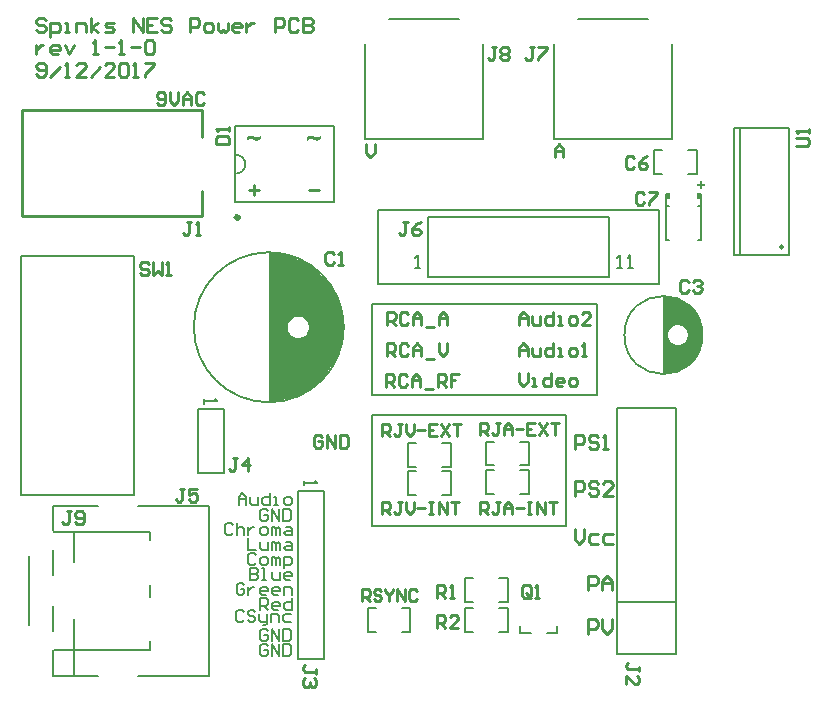
<source format=gto>
G04 Layer_Color=127485*
%FSLAX24Y24*%
%MOIN*%
G70*
G01*
G75*
%ADD44C,0.0098*%
%ADD45C,0.0079*%
%ADD46C,0.0157*%
%ADD47C,0.0100*%
%ADD48R,0.0157X0.0236*%
G36*
X22739Y-5808D02*
X22836D01*
Y-5874D01*
X22739D01*
Y-5973D01*
X22672D01*
Y-5874D01*
X22574D01*
Y-5808D01*
X22672D01*
Y-5709D01*
X22739D01*
Y-5808D01*
D02*
G37*
G36*
X9292Y-12842D02*
X9292D01*
X9292D01*
D01*
D02*
G37*
G36*
X10039Y-4311D02*
X10038Y-4313D01*
X10035Y-4317D01*
X10028Y-4322D01*
X10020Y-4329D01*
X10010Y-4337D01*
X9999Y-4344D01*
X9987Y-4352D01*
X9973Y-4359D01*
X9972Y-4360D01*
X9968Y-4361D01*
X9962Y-4363D01*
X9956Y-4365D01*
X9946Y-4367D01*
X9936Y-4368D01*
X9924Y-4370D01*
X9901D01*
X9894Y-4369D01*
X9886Y-4368D01*
X9877Y-4367D01*
X9859Y-4364D01*
X9858D01*
X9854Y-4363D01*
X9847Y-4360D01*
X9838Y-4357D01*
X9826Y-4353D01*
X9810Y-4347D01*
X9791Y-4340D01*
X9768Y-4331D01*
X9767D01*
X9766Y-4330D01*
X9762Y-4328D01*
X9753Y-4325D01*
X9743Y-4322D01*
X9733Y-4319D01*
X9721Y-4317D01*
X9710Y-4315D01*
X9700Y-4314D01*
X9694D01*
X9690Y-4315D01*
X9684Y-4316D01*
X9678Y-4317D01*
X9663Y-4321D01*
X9644Y-4328D01*
X9635Y-4334D01*
X9624Y-4340D01*
X9614Y-4346D01*
X9603Y-4354D01*
X9592Y-4364D01*
X9582Y-4374D01*
Y-4258D01*
X9583Y-4257D01*
X9586Y-4254D01*
X9591Y-4250D01*
X9597Y-4245D01*
X9605Y-4239D01*
X9616Y-4232D01*
X9626Y-4224D01*
X9640Y-4218D01*
X9642Y-4217D01*
X9645Y-4215D01*
X9652Y-4212D01*
X9662Y-4209D01*
X9672Y-4206D01*
X9684Y-4203D01*
X9695Y-4201D01*
X9708Y-4200D01*
X9716D01*
X9721Y-4201D01*
X9728D01*
X9736Y-4202D01*
X9752Y-4205D01*
X9753D01*
X9756Y-4206D01*
X9762Y-4208D01*
X9768Y-4211D01*
X9778Y-4214D01*
X9790Y-4219D01*
X9803Y-4223D01*
X9818Y-4230D01*
X9819D01*
X9821Y-4231D01*
X9825Y-4233D01*
X9829Y-4235D01*
X9835Y-4237D01*
X9841Y-4240D01*
X9856Y-4245D01*
X9873Y-4250D01*
X9890Y-4254D01*
X9907Y-4258D01*
X9922Y-4259D01*
X9928D01*
X9933Y-4258D01*
X9937Y-4257D01*
X9944Y-4256D01*
X9960Y-4251D01*
X9977Y-4245D01*
X9987Y-4240D01*
X9997Y-4234D01*
X10008Y-4227D01*
X10018Y-4219D01*
X10029Y-4210D01*
X10039Y-4199D01*
Y-4311D01*
D02*
G37*
G36*
X8031D02*
X8031Y-4313D01*
X8027Y-4317D01*
X8020Y-4322D01*
X8012Y-4329D01*
X8002Y-4337D01*
X7991Y-4344D01*
X7979Y-4352D01*
X7965Y-4359D01*
X7964Y-4360D01*
X7960Y-4361D01*
X7955Y-4363D01*
X7948Y-4365D01*
X7938Y-4367D01*
X7928Y-4368D01*
X7916Y-4370D01*
X7893D01*
X7886Y-4369D01*
X7878Y-4368D01*
X7869Y-4367D01*
X7851Y-4364D01*
X7850D01*
X7846Y-4363D01*
X7839Y-4360D01*
X7830Y-4357D01*
X7818Y-4353D01*
X7802Y-4347D01*
X7784Y-4340D01*
X7760Y-4331D01*
X7760D01*
X7759Y-4330D01*
X7754Y-4328D01*
X7745Y-4325D01*
X7736Y-4322D01*
X7725Y-4319D01*
X7713Y-4317D01*
X7702Y-4315D01*
X7692Y-4314D01*
X7686D01*
X7682Y-4315D01*
X7676Y-4316D01*
X7670Y-4317D01*
X7655Y-4321D01*
X7637Y-4328D01*
X7627Y-4334D01*
X7616Y-4340D01*
X7606Y-4346D01*
X7595Y-4354D01*
X7585Y-4364D01*
X7574Y-4374D01*
Y-4258D01*
X7575Y-4257D01*
X7578Y-4254D01*
X7583Y-4250D01*
X7589Y-4245D01*
X7597Y-4239D01*
X7608Y-4232D01*
X7618Y-4224D01*
X7632Y-4218D01*
X7634Y-4217D01*
X7637Y-4215D01*
X7644Y-4212D01*
X7654Y-4209D01*
X7664Y-4206D01*
X7676Y-4203D01*
X7687Y-4201D01*
X7700Y-4200D01*
X7708D01*
X7713Y-4201D01*
X7720D01*
X7728Y-4202D01*
X7744Y-4205D01*
X7745D01*
X7748Y-4206D01*
X7754Y-4208D01*
X7760Y-4211D01*
X7770Y-4214D01*
X7782Y-4219D01*
X7795Y-4223D01*
X7810Y-4230D01*
X7811D01*
X7813Y-4231D01*
X7817Y-4233D01*
X7821Y-4235D01*
X7827Y-4237D01*
X7834Y-4240D01*
X7848Y-4245D01*
X7865Y-4250D01*
X7883Y-4254D01*
X7899Y-4258D01*
X7914Y-4259D01*
X7920D01*
X7925Y-4258D01*
X7930Y-4257D01*
X7936Y-4256D01*
X7952Y-4251D01*
X7969Y-4245D01*
X7980Y-4240D01*
X7989Y-4234D01*
X8000Y-4227D01*
X8010Y-4219D01*
X8021Y-4210D01*
X8031Y-4199D01*
Y-4311D01*
D02*
G37*
G36*
X21635Y-9562D02*
X21755Y-9585D01*
X21871Y-9618D01*
X21928Y-9641D01*
X22019Y-9676D01*
X22187Y-9773D01*
X22339Y-9895D01*
X22472Y-10038D01*
X22582Y-10198D01*
X22666Y-10374D01*
X22724Y-10560D01*
X22753Y-10752D01*
X22753Y-10947D01*
X22724Y-11140D01*
X22666Y-11326D01*
X22582Y-11501D01*
X22472Y-11662D01*
X22340Y-11805D01*
X22188Y-11926D01*
X22019Y-12024D01*
X21928Y-12059D01*
X21928D01*
X21872Y-12082D01*
X21755Y-12115D01*
X21635Y-12138D01*
X21514Y-12149D01*
X21453D01*
Y-9551D01*
X21514D01*
X21635Y-9562D01*
D02*
G37*
G36*
X8680Y-8156D02*
X8929Y-8208D01*
X9172Y-8286D01*
X9288Y-8337D01*
X9419Y-8394D01*
X9665Y-8538D01*
X9893Y-8709D01*
X10099Y-8906D01*
X10281Y-9125D01*
X10437Y-9363D01*
X10565Y-9618D01*
X10662Y-9886D01*
X10727Y-10163D01*
X10761Y-10446D01*
X10761Y-10731D01*
X10728Y-11014D01*
X10663Y-11291D01*
X10566Y-11559D01*
X10439Y-11814D01*
X10284Y-12053D01*
X10102Y-12272D01*
X9896Y-12469D01*
X9668Y-12641D01*
X9423Y-12785D01*
X9292Y-12842D01*
X9284Y-12835D01*
X9288Y-12844D01*
X9288D01*
X9172Y-12895D01*
X8929Y-12973D01*
X8680Y-13025D01*
X8427Y-13051D01*
X8300D01*
Y-8130D01*
X8427D01*
X8680Y-8156D01*
D02*
G37*
%LPC*%
G36*
X21927Y-10516D02*
X21926D01*
X21927Y-10516D01*
X21885Y-10521D01*
X21805Y-10546D01*
X21733Y-10591D01*
X21675Y-10652D01*
X21635Y-10726D01*
X21614Y-10808D01*
Y-10892D01*
X21635Y-10974D01*
X21675Y-11048D01*
X21733Y-11109D01*
X21805Y-11154D01*
X21885Y-11179D01*
X21927Y-11184D01*
X21972Y-11184D01*
X22061Y-11164D01*
X22141Y-11122D01*
X22206Y-11060D01*
X22253Y-10982D01*
X22277Y-10895D01*
Y-10805D01*
X22253Y-10718D01*
X22206Y-10640D01*
X22141Y-10578D01*
X22061Y-10536D01*
X21972Y-10516D01*
X21927Y-10516D01*
Y-10516D01*
D02*
G37*
G36*
X9284Y-10234D02*
X9238Y-10237D01*
X9148Y-10261D01*
X9067Y-10308D01*
X9001Y-10374D01*
X8955Y-10454D01*
X8931Y-10544D01*
Y-10637D01*
X8955Y-10727D01*
X9001Y-10808D01*
X9067Y-10873D01*
X9148Y-10920D01*
X9238Y-10944D01*
X9284Y-10947D01*
X9331Y-10944D01*
X9421Y-10920D01*
X9501Y-10873D01*
X9567Y-10808D01*
X9614Y-10727D01*
X9638Y-10637D01*
Y-10544D01*
X9614Y-10454D01*
X9567Y-10374D01*
X9501Y-10308D01*
X9421Y-10261D01*
X9331Y-10237D01*
X9284Y-10234D01*
D02*
G37*
%LPD*%
D44*
X25443Y-7913D02*
G03*
X25443Y-7913I-49J0D01*
G01*
D45*
X22753Y-10850D02*
G03*
X22753Y-10850I-1299J0D01*
G01*
X10800Y-10591D02*
G03*
X10800Y-10591I-2500J0D01*
G01*
X7173Y-5471D02*
G03*
X7176Y-4844I31J313D01*
G01*
X19921Y-19764D02*
X21890D01*
Y-21496D02*
Y-13268D01*
X19921D02*
X21890D01*
X19921Y-21496D02*
Y-13268D01*
Y-21496D02*
X21890D01*
X11749Y-12835D02*
Y-9802D01*
X19249D01*
Y-12835D02*
Y-9802D01*
X11749Y-12835D02*
X19249D01*
X11752Y-17200D02*
Y-13500D01*
Y-17200D02*
X18202D01*
Y-13500D01*
X11752D02*
X18202D01*
X11591Y-20744D02*
Y-19956D01*
Y-20744D02*
X11867D01*
X11591Y-19956D02*
X11867D01*
X12733D02*
X13009D01*
X12733Y-20744D02*
X13009D01*
Y-19956D01*
X12941Y-16183D02*
Y-15396D01*
Y-16183D02*
X13217D01*
X12941Y-15396D02*
X13217D01*
X14083D02*
X14359D01*
X14083Y-16183D02*
X14359D01*
Y-15396D01*
X15541Y-16144D02*
Y-15356D01*
Y-16144D02*
X15817D01*
X15541Y-15356D02*
X15817D01*
X16683D02*
X16959D01*
X16683Y-16144D02*
X16959D01*
Y-15356D01*
X1102Y-16535D02*
X2598D01*
X3937D02*
X6299D01*
X3937Y-22205D02*
X3937Y-22205D01*
X6299D01*
X2598D02*
X2598Y-22205D01*
X1102Y-22205D02*
X2598D01*
X4331Y-19567D02*
Y-19173D01*
Y-21339D02*
Y-21063D01*
Y-17677D02*
Y-17402D01*
X1142D02*
X4331D01*
X1811Y-18425D02*
Y-17441D01*
X1102Y-20709D02*
Y-19882D01*
Y-18858D02*
Y-18032D01*
Y-17362D02*
X1142Y-17402D01*
X1102Y-17362D02*
Y-16535D01*
Y-21378D02*
X1142Y-21339D01*
X1102Y-21457D02*
Y-21378D01*
Y-22205D02*
Y-21457D01*
X17795Y-4331D02*
Y-1142D01*
X18602Y-315D02*
X20925D01*
X21732Y-4331D02*
Y-1142D01*
X17795Y-4331D02*
X21732D01*
X11496D02*
Y-1142D01*
X12303Y-315D02*
X14626D01*
X15433Y-4331D02*
Y-1142D01*
X11496Y-4331D02*
X15433D01*
X1142Y-21339D02*
X4331D01*
X315Y-20531D02*
Y-18209D01*
X23799Y-3957D02*
X25650D01*
X23799Y-8169D02*
X25650D01*
Y-3957D01*
X23799Y-8169D02*
Y-3957D01*
X23996Y-8169D02*
Y-3957D01*
X16258Y-20744D02*
Y-19956D01*
X15983D02*
X16258D01*
X15983Y-20744D02*
X16258D01*
X14841D02*
X15117D01*
X14841Y-19956D02*
X15117D01*
X14841Y-20744D02*
Y-19956D01*
X16258Y-19733D02*
Y-18946D01*
X15983D02*
X16258D01*
X15983Y-19733D02*
X16258D01*
X14841D02*
X15117D01*
X14841Y-18946D02*
X15117D01*
X14841Y-19733D02*
Y-18946D01*
X6299Y-22205D02*
Y-16535D01*
X1811Y-22205D02*
Y-20315D01*
X9267Y-21665D02*
Y-16035D01*
X10133D01*
Y-21665D02*
Y-16035D01*
X9267Y-21665D02*
X10133D01*
X16690Y-20776D02*
X17024D01*
X16690D02*
Y-20539D01*
X17576Y-20776D02*
X17910D01*
Y-20539D01*
X21299Y-9134D02*
Y-6772D01*
Y-6732D01*
Y-6693D01*
X11929Y-6732D02*
Y-6693D01*
Y-6772D02*
Y-6732D01*
Y-9134D02*
Y-6772D01*
Y-6693D02*
X21299D01*
X13602Y-8913D02*
X19626D01*
X13602D02*
Y-6906D01*
X19626D01*
Y-8913D02*
Y-6906D01*
X11929Y-9134D02*
X21299D01*
X21535Y-7677D02*
X21654D01*
X21535D02*
Y-6142D01*
X22717Y-7677D02*
Y-6142D01*
X22598Y-7677D02*
X22717D01*
X22598Y-6535D02*
X22717D01*
X21535D02*
X21654D01*
X7165Y-6417D02*
Y-3898D01*
Y-6417D02*
X10472D01*
Y-3898D01*
X7165D02*
X10472D01*
X22283Y-5472D02*
X22559D01*
X22283Y-4685D02*
X22559D01*
Y-5472D02*
Y-4685D01*
X21142Y-5472D02*
X21417D01*
X21142D02*
Y-5433D01*
Y-4685D02*
X21417D01*
X21142Y-5433D02*
Y-4685D01*
X12941Y-15233D02*
Y-14446D01*
Y-15233D02*
X13217D01*
X12941Y-14446D02*
X13217D01*
X14083D02*
X14359D01*
X14083Y-15233D02*
X14359D01*
Y-14446D01*
X15541Y-15194D02*
Y-14406D01*
Y-15194D02*
X15817D01*
X15541Y-14406D02*
X15817D01*
X16683D02*
X16959D01*
X16683Y-15194D02*
X16959D01*
Y-14406D01*
X5945Y-13307D02*
X6811D01*
X5945Y-15437D02*
Y-13307D01*
X6811Y-15437D02*
Y-13307D01*
X5945Y-15437D02*
X6811D01*
X39Y-16181D02*
Y-8228D01*
X3819D01*
X39Y-16181D02*
X3819D01*
Y-8228D01*
X8262Y-21222D02*
X8197Y-21156D01*
X8066D01*
X8000Y-21222D01*
Y-21484D01*
X8066Y-21550D01*
X8197D01*
X8262Y-21484D01*
Y-21353D01*
X8131D01*
X8394Y-21550D02*
Y-21156D01*
X8656Y-21550D01*
Y-21156D01*
X8787D02*
Y-21550D01*
X8984D01*
X9050Y-21484D01*
Y-21222D01*
X8984Y-21156D01*
X8787D01*
X8262Y-20715D02*
X8197Y-20650D01*
X8066D01*
X8000Y-20715D01*
Y-20978D01*
X8066Y-21043D01*
X8197D01*
X8262Y-20978D01*
Y-20847D01*
X8131D01*
X8394Y-21043D02*
Y-20650D01*
X8656Y-21043D01*
Y-20650D01*
X8787D02*
Y-21043D01*
X8984D01*
X9050Y-20978D01*
Y-20715D01*
X8984Y-20650D01*
X8787D01*
X7462Y-20072D02*
X7397Y-20006D01*
X7266D01*
X7200Y-20072D01*
Y-20334D01*
X7266Y-20400D01*
X7397D01*
X7462Y-20334D01*
X7856Y-20072D02*
X7790Y-20006D01*
X7659D01*
X7594Y-20072D01*
Y-20138D01*
X7659Y-20203D01*
X7790D01*
X7856Y-20269D01*
Y-20334D01*
X7790Y-20400D01*
X7659D01*
X7594Y-20334D01*
X7987Y-20138D02*
Y-20334D01*
X8053Y-20400D01*
X8250D01*
Y-20466D01*
X8184Y-20531D01*
X8118D01*
X8250Y-20400D02*
Y-20138D01*
X8381Y-20400D02*
Y-20138D01*
X8578D01*
X8643Y-20203D01*
Y-20400D01*
X9037Y-20138D02*
X8840D01*
X8774Y-20203D01*
Y-20334D01*
X8840Y-20400D01*
X9037D01*
X8014Y-20000D02*
Y-19606D01*
X8210D01*
X8276Y-19672D01*
Y-19803D01*
X8210Y-19869D01*
X8014D01*
X8145D02*
X8276Y-20000D01*
X8604D02*
X8473D01*
X8407Y-19934D01*
Y-19803D01*
X8473Y-19738D01*
X8604D01*
X8669Y-19803D01*
Y-19869D01*
X8407D01*
X9063Y-19606D02*
Y-20000D01*
X8866D01*
X8801Y-19934D01*
Y-19803D01*
X8866Y-19738D01*
X9063D01*
X7489Y-19172D02*
X7423Y-19106D01*
X7292D01*
X7226Y-19172D01*
Y-19434D01*
X7292Y-19500D01*
X7423D01*
X7489Y-19434D01*
Y-19303D01*
X7358D01*
X7620Y-19238D02*
Y-19500D01*
Y-19369D01*
X7686Y-19303D01*
X7751Y-19238D01*
X7817D01*
X8210Y-19500D02*
X8079D01*
X8014Y-19434D01*
Y-19303D01*
X8079Y-19238D01*
X8210D01*
X8276Y-19303D01*
Y-19369D01*
X8014D01*
X8604Y-19500D02*
X8473D01*
X8407Y-19434D01*
Y-19303D01*
X8473Y-19238D01*
X8604D01*
X8669Y-19303D01*
Y-19369D01*
X8407D01*
X8801Y-19500D02*
Y-19238D01*
X8997D01*
X9063Y-19303D01*
Y-19500D01*
X7686Y-18606D02*
Y-19000D01*
X7882D01*
X7948Y-18934D01*
Y-18869D01*
X7882Y-18803D01*
X7686D01*
X7882D01*
X7948Y-18738D01*
Y-18672D01*
X7882Y-18606D01*
X7686D01*
X8079Y-19000D02*
X8210D01*
X8145D01*
Y-18606D01*
X8079D01*
X8407Y-18738D02*
Y-18934D01*
X8473Y-19000D01*
X8669D01*
Y-18738D01*
X8997Y-19000D02*
X8866D01*
X8801Y-18934D01*
Y-18803D01*
X8866Y-18738D01*
X8997D01*
X9063Y-18803D01*
Y-18869D01*
X8801D01*
X7882Y-18172D02*
X7817Y-18106D01*
X7686D01*
X7620Y-18172D01*
Y-18434D01*
X7686Y-18500D01*
X7817D01*
X7882Y-18434D01*
X8079Y-18500D02*
X8210D01*
X8276Y-18434D01*
Y-18303D01*
X8210Y-18238D01*
X8079D01*
X8014Y-18303D01*
Y-18434D01*
X8079Y-18500D01*
X8407D02*
Y-18238D01*
X8473D01*
X8538Y-18303D01*
Y-18500D01*
Y-18303D01*
X8604Y-18238D01*
X8669Y-18303D01*
Y-18500D01*
X8801Y-18631D02*
Y-18238D01*
X8997D01*
X9063Y-18303D01*
Y-18434D01*
X8997Y-18500D01*
X8801D01*
X7620Y-17606D02*
Y-18000D01*
X7882D01*
X8014Y-17738D02*
Y-17934D01*
X8079Y-18000D01*
X8276D01*
Y-17738D01*
X8407Y-18000D02*
Y-17738D01*
X8473D01*
X8538Y-17803D01*
Y-18000D01*
Y-17803D01*
X8604Y-17738D01*
X8669Y-17803D01*
Y-18000D01*
X8866Y-17738D02*
X8997D01*
X9063Y-17803D01*
Y-18000D01*
X8866D01*
X8801Y-17934D01*
X8866Y-17869D01*
X9063D01*
X7095Y-17172D02*
X7030Y-17106D01*
X6898D01*
X6833Y-17172D01*
Y-17434D01*
X6898Y-17500D01*
X7030D01*
X7095Y-17434D01*
X7226Y-17106D02*
Y-17500D01*
Y-17303D01*
X7292Y-17238D01*
X7423D01*
X7489Y-17303D01*
Y-17500D01*
X7620Y-17238D02*
Y-17500D01*
Y-17369D01*
X7686Y-17303D01*
X7751Y-17238D01*
X7817D01*
X8079Y-17500D02*
X8210D01*
X8276Y-17434D01*
Y-17303D01*
X8210Y-17238D01*
X8079D01*
X8014Y-17303D01*
Y-17434D01*
X8079Y-17500D01*
X8407D02*
Y-17238D01*
X8473D01*
X8538Y-17303D01*
Y-17500D01*
Y-17303D01*
X8604Y-17238D01*
X8669Y-17303D01*
Y-17500D01*
X8866Y-17238D02*
X8997D01*
X9063Y-17303D01*
Y-17500D01*
X8866D01*
X8801Y-17434D01*
X8866Y-17369D01*
X9063D01*
X8262Y-16722D02*
X8197Y-16656D01*
X8066D01*
X8000Y-16722D01*
Y-16984D01*
X8066Y-17050D01*
X8197D01*
X8262Y-16984D01*
Y-16853D01*
X8131D01*
X8394Y-17050D02*
Y-16656D01*
X8656Y-17050D01*
Y-16656D01*
X8787D02*
Y-17050D01*
X8984D01*
X9050Y-16984D01*
Y-16722D01*
X8984Y-16656D01*
X8787D01*
X7292Y-16500D02*
Y-16238D01*
X7423Y-16106D01*
X7554Y-16238D01*
Y-16500D01*
Y-16303D01*
X7292D01*
X7686Y-16238D02*
Y-16434D01*
X7751Y-16500D01*
X7948D01*
Y-16238D01*
X8342Y-16106D02*
Y-16500D01*
X8145D01*
X8079Y-16434D01*
Y-16303D01*
X8145Y-16238D01*
X8342D01*
X8473Y-16500D02*
X8604D01*
X8538D01*
Y-16238D01*
X8473D01*
X8866Y-16500D02*
X8997D01*
X9063Y-16434D01*
Y-16303D01*
X8997Y-16238D01*
X8866D01*
X8801Y-16303D01*
Y-16434D01*
X8866Y-16500D01*
X19921Y-8630D02*
X20066D01*
X19993D01*
Y-8197D01*
X19921Y-8269D01*
X20282Y-8630D02*
X20426D01*
X20354D01*
Y-8197D01*
X20282Y-8269D01*
X13189Y-8630D02*
X13333D01*
X13261D01*
Y-8197D01*
X13189Y-8269D01*
X9464Y-15720D02*
Y-15864D01*
Y-15792D01*
X9897D01*
X9825Y-15720D01*
X6142Y-12992D02*
Y-13136D01*
Y-13064D01*
X6575D01*
X6503Y-12992D01*
D46*
X7293Y-6929D02*
G03*
X7293Y-6929I-49J0D01*
G01*
D47*
X6072Y-6898D02*
Y-6050D01*
Y-4250D02*
Y-3338D01*
X70D02*
X6072D01*
X70Y-6898D02*
Y-3338D01*
Y-6898D02*
X6072D01*
X1706Y-16732D02*
X1562D01*
X1634D01*
Y-17093D01*
X1562Y-17165D01*
X1489D01*
X1417Y-17093D01*
X1850D02*
X1922Y-17165D01*
X2067D01*
X2139Y-17093D01*
Y-16805D01*
X2067Y-16732D01*
X1922D01*
X1850Y-16805D01*
Y-16877D01*
X1922Y-16949D01*
X2139D01*
X15879Y-1260D02*
X15735D01*
X15807D01*
Y-1621D01*
X15735Y-1693D01*
X15663D01*
X15591Y-1621D01*
X16023Y-1332D02*
X16096Y-1260D01*
X16240D01*
X16312Y-1332D01*
Y-1404D01*
X16240Y-1476D01*
X16312Y-1549D01*
Y-1621D01*
X16240Y-1693D01*
X16096D01*
X16023Y-1621D01*
Y-1549D01*
X16096Y-1476D01*
X16023Y-1404D01*
Y-1332D01*
X16096Y-1476D02*
X16240D01*
X17139Y-1260D02*
X16995D01*
X17067D01*
Y-1621D01*
X16995Y-1693D01*
X16923D01*
X16850Y-1621D01*
X17283Y-1260D02*
X17572D01*
Y-1332D01*
X17283Y-1621D01*
Y-1693D01*
X17031Y-19528D02*
Y-19239D01*
X16959Y-19167D01*
X16814D01*
X16742Y-19239D01*
Y-19528D01*
X16814Y-19600D01*
X16959D01*
X16886Y-19456D02*
X17031Y-19600D01*
X16959D02*
X17031Y-19528D01*
X17175Y-19600D02*
X17319D01*
X17247D01*
Y-19167D01*
X17175Y-19239D01*
X9883Y-22139D02*
Y-21994D01*
Y-22066D01*
X9522D01*
X9450Y-21994D01*
Y-21922D01*
X9522Y-21850D01*
X9811Y-22283D02*
X9883Y-22355D01*
Y-22499D01*
X9811Y-22572D01*
X9739D01*
X9666Y-22499D01*
Y-22427D01*
Y-22499D01*
X9594Y-22572D01*
X9522D01*
X9450Y-22499D01*
Y-22355D01*
X9522Y-22283D01*
X16635Y-11565D02*
Y-11276D01*
X16779Y-11132D01*
X16924Y-11276D01*
Y-11565D01*
Y-11348D01*
X16635D01*
X17068Y-11276D02*
Y-11493D01*
X17140Y-11565D01*
X17356D01*
Y-11276D01*
X17789Y-11132D02*
Y-11565D01*
X17573D01*
X17501Y-11493D01*
Y-11348D01*
X17573Y-11276D01*
X17789D01*
X17934Y-11565D02*
X18078D01*
X18006D01*
Y-11276D01*
X17934D01*
X18367Y-11565D02*
X18511D01*
X18583Y-11493D01*
Y-11348D01*
X18511Y-11276D01*
X18367D01*
X18294Y-11348D01*
Y-11493D01*
X18367Y-11565D01*
X18727D02*
X18872D01*
X18800D01*
Y-11132D01*
X18727Y-11204D01*
X16635Y-10515D02*
Y-10226D01*
X16779Y-10082D01*
X16924Y-10226D01*
Y-10515D01*
Y-10298D01*
X16635D01*
X17068Y-10226D02*
Y-10443D01*
X17140Y-10515D01*
X17356D01*
Y-10226D01*
X17789Y-10082D02*
Y-10515D01*
X17573D01*
X17501Y-10443D01*
Y-10298D01*
X17573Y-10226D01*
X17789D01*
X17934Y-10515D02*
X18078D01*
X18006D01*
Y-10226D01*
X17934D01*
X18367Y-10515D02*
X18511D01*
X18583Y-10443D01*
Y-10298D01*
X18511Y-10226D01*
X18367D01*
X18294Y-10298D01*
Y-10443D01*
X18367Y-10515D01*
X19016D02*
X18727D01*
X19016Y-10226D01*
Y-10154D01*
X18944Y-10082D01*
X18800D01*
X18727Y-10154D01*
X10478Y-8143D02*
X10406Y-8071D01*
X10262D01*
X10190Y-8143D01*
Y-8432D01*
X10262Y-8504D01*
X10406D01*
X10478Y-8432D01*
X10623Y-8504D02*
X10767D01*
X10695D01*
Y-8071D01*
X10623Y-8143D01*
X22293Y-9072D02*
X22221Y-9000D01*
X22077D01*
X22005Y-9072D01*
Y-9361D01*
X22077Y-9433D01*
X22221D01*
X22293Y-9361D01*
X22438Y-9072D02*
X22510Y-9000D01*
X22654D01*
X22726Y-9072D01*
Y-9144D01*
X22654Y-9216D01*
X22582D01*
X22654D01*
X22726Y-9288D01*
Y-9361D01*
X22654Y-9433D01*
X22510D01*
X22438Y-9361D01*
X20489Y-4958D02*
X20417Y-4885D01*
X20273D01*
X20200Y-4958D01*
Y-5246D01*
X20273Y-5318D01*
X20417D01*
X20489Y-5246D01*
X20922Y-4885D02*
X20778Y-4958D01*
X20633Y-5102D01*
Y-5246D01*
X20705Y-5318D01*
X20850D01*
X20922Y-5246D01*
Y-5174D01*
X20850Y-5102D01*
X20633D01*
X20816Y-6139D02*
X20744Y-6067D01*
X20599D01*
X20527Y-6139D01*
Y-6428D01*
X20599Y-6500D01*
X20744D01*
X20816Y-6428D01*
X20960Y-6067D02*
X21249D01*
Y-6139D01*
X20960Y-6428D01*
Y-6500D01*
X10083Y-14239D02*
X10011Y-14167D01*
X9866D01*
X9794Y-14239D01*
Y-14528D01*
X9866Y-14600D01*
X10011D01*
X10083Y-14528D01*
Y-14384D01*
X9939D01*
X10227Y-14600D02*
Y-14167D01*
X10516Y-14600D01*
Y-14167D01*
X10660D02*
Y-14600D01*
X10877D01*
X10949Y-14528D01*
Y-14239D01*
X10877Y-14167D01*
X10660D01*
X5722Y-7087D02*
X5577D01*
X5650D01*
Y-7448D01*
X5577Y-7520D01*
X5505D01*
X5433Y-7448D01*
X5866Y-7520D02*
X6010D01*
X5938D01*
Y-7087D01*
X5866Y-7159D01*
X20648Y-22060D02*
Y-21916D01*
Y-21988D01*
X20287D01*
X20215Y-21916D01*
Y-21843D01*
X20287Y-21771D01*
X20215Y-22493D02*
Y-22204D01*
X20503Y-22493D01*
X20576D01*
X20648Y-22421D01*
Y-22276D01*
X20576Y-22204D01*
X7257Y-14965D02*
X7113D01*
X7185D01*
Y-15325D01*
X7113Y-15398D01*
X7041D01*
X6969Y-15325D01*
X7618Y-15398D02*
Y-14965D01*
X7401Y-15181D01*
X7690D01*
X5481Y-15967D02*
X5336D01*
X5408D01*
Y-16328D01*
X5336Y-16400D01*
X5264D01*
X5192Y-16328D01*
X5914Y-15967D02*
X5625D01*
Y-16184D01*
X5769Y-16111D01*
X5841D01*
X5914Y-16184D01*
Y-16328D01*
X5841Y-16400D01*
X5697D01*
X5625Y-16328D01*
X13900Y-19600D02*
Y-19167D01*
X14116D01*
X14188Y-19239D01*
Y-19384D01*
X14116Y-19456D01*
X13900D01*
X14044D02*
X14188Y-19600D01*
X14333D02*
X14477D01*
X14405D01*
Y-19167D01*
X14333Y-19239D01*
X13900Y-20600D02*
Y-20167D01*
X14116D01*
X14188Y-20239D01*
Y-20384D01*
X14116Y-20456D01*
X13900D01*
X14044D02*
X14188Y-20600D01*
X14621D02*
X14333D01*
X14621Y-20311D01*
Y-20239D01*
X14549Y-20167D01*
X14405D01*
X14333Y-20239D01*
X12235Y-10515D02*
Y-10082D01*
X12451D01*
X12524Y-10154D01*
Y-10298D01*
X12451Y-10371D01*
X12235D01*
X12379D02*
X12524Y-10515D01*
X12956Y-10154D02*
X12884Y-10082D01*
X12740D01*
X12668Y-10154D01*
Y-10443D01*
X12740Y-10515D01*
X12884D01*
X12956Y-10443D01*
X13101Y-10515D02*
Y-10226D01*
X13245Y-10082D01*
X13389Y-10226D01*
Y-10515D01*
Y-10298D01*
X13101D01*
X13534Y-10587D02*
X13822D01*
X13967Y-10515D02*
Y-10226D01*
X14111Y-10082D01*
X14255Y-10226D01*
Y-10515D01*
Y-10298D01*
X13967D01*
X12200Y-12570D02*
Y-12137D01*
X12416D01*
X12489Y-12209D01*
Y-12354D01*
X12416Y-12426D01*
X12200D01*
X12344D02*
X12489Y-12570D01*
X12922Y-12209D02*
X12849Y-12137D01*
X12705D01*
X12633Y-12209D01*
Y-12498D01*
X12705Y-12570D01*
X12849D01*
X12922Y-12498D01*
X13066Y-12570D02*
Y-12281D01*
X13210Y-12137D01*
X13354Y-12281D01*
Y-12570D01*
Y-12354D01*
X13066D01*
X13499Y-12642D02*
X13787D01*
X13932Y-12570D02*
Y-12137D01*
X14148D01*
X14220Y-12209D01*
Y-12354D01*
X14148Y-12426D01*
X13932D01*
X14076D02*
X14220Y-12570D01*
X14653Y-12137D02*
X14365D01*
Y-12354D01*
X14509D01*
X14365D01*
Y-12570D01*
X12229Y-11565D02*
Y-11132D01*
X12445D01*
X12518Y-11204D01*
Y-11348D01*
X12445Y-11421D01*
X12229D01*
X12373D02*
X12518Y-11565D01*
X12951Y-11204D02*
X12878Y-11132D01*
X12734D01*
X12662Y-11204D01*
Y-11493D01*
X12734Y-11565D01*
X12878D01*
X12951Y-11493D01*
X13095Y-11565D02*
Y-11276D01*
X13239Y-11132D01*
X13383Y-11276D01*
Y-11565D01*
Y-11348D01*
X13095D01*
X13528Y-11637D02*
X13816D01*
X13961Y-11132D02*
Y-11421D01*
X14105Y-11565D01*
X14249Y-11421D01*
Y-11132D01*
X15350Y-16800D02*
Y-16406D01*
X15547D01*
X15612Y-16472D01*
Y-16603D01*
X15547Y-16669D01*
X15350D01*
X15481D02*
X15612Y-16800D01*
X16006Y-16406D02*
X15875D01*
X15940D01*
Y-16734D01*
X15875Y-16800D01*
X15809D01*
X15744Y-16734D01*
X16137Y-16800D02*
Y-16538D01*
X16268Y-16406D01*
X16400Y-16538D01*
Y-16800D01*
Y-16603D01*
X16137D01*
X16531D02*
X16793D01*
X16924Y-16406D02*
X17055D01*
X16990D01*
Y-16800D01*
X16924D01*
X17055D01*
X17252D02*
Y-16406D01*
X17515Y-16800D01*
Y-16406D01*
X17646D02*
X17908D01*
X17777D01*
Y-16800D01*
X12075Y-16813D02*
Y-16419D01*
X12272D01*
X12338Y-16485D01*
Y-16616D01*
X12272Y-16682D01*
X12075D01*
X12206D02*
X12338Y-16813D01*
X12731Y-16419D02*
X12600D01*
X12666D01*
Y-16747D01*
X12600Y-16813D01*
X12534D01*
X12469Y-16747D01*
X12862Y-16419D02*
Y-16682D01*
X12994Y-16813D01*
X13125Y-16682D01*
Y-16419D01*
X13256Y-16616D02*
X13518D01*
X13649Y-16419D02*
X13781D01*
X13715D01*
Y-16813D01*
X13649D01*
X13781D01*
X13977D02*
Y-16419D01*
X14240Y-16813D01*
Y-16419D01*
X14371D02*
X14633D01*
X14502D01*
Y-16813D01*
X11400Y-19700D02*
Y-19306D01*
X11597D01*
X11662Y-19372D01*
Y-19503D01*
X11597Y-19569D01*
X11400D01*
X11531D02*
X11662Y-19700D01*
X12056Y-19372D02*
X11990Y-19306D01*
X11859D01*
X11794Y-19372D01*
Y-19438D01*
X11859Y-19503D01*
X11990D01*
X12056Y-19569D01*
Y-19634D01*
X11990Y-19700D01*
X11859D01*
X11794Y-19634D01*
X12187Y-19306D02*
Y-19372D01*
X12318Y-19503D01*
X12450Y-19372D01*
Y-19306D01*
X12318Y-19503D02*
Y-19700D01*
X12581D02*
Y-19306D01*
X12843Y-19700D01*
Y-19306D01*
X13237Y-19372D02*
X13171Y-19306D01*
X13040D01*
X12974Y-19372D01*
Y-19634D01*
X13040Y-19700D01*
X13171D01*
X13237Y-19634D01*
X4304Y-8497D02*
X4232Y-8425D01*
X4088D01*
X4016Y-8497D01*
Y-8570D01*
X4088Y-8642D01*
X4232D01*
X4304Y-8714D01*
Y-8786D01*
X4232Y-8858D01*
X4088D01*
X4016Y-8786D01*
X4449Y-8425D02*
Y-8858D01*
X4593Y-8714D01*
X4737Y-8858D01*
Y-8425D01*
X4882Y-8858D02*
X5026D01*
X4954D01*
Y-8425D01*
X4882Y-8497D01*
X25867Y-4557D02*
X26228D01*
X26300Y-4485D01*
Y-4341D01*
X26228Y-4269D01*
X25867D01*
X26300Y-4125D02*
Y-3980D01*
Y-4052D01*
X25867D01*
X25939Y-4125D01*
X16635Y-12132D02*
Y-12421D01*
X16779Y-12565D01*
X16924Y-12421D01*
Y-12132D01*
X17068Y-12565D02*
X17212D01*
X17140D01*
Y-12276D01*
X17068D01*
X17717Y-12132D02*
Y-12565D01*
X17501D01*
X17429Y-12493D01*
Y-12348D01*
X17501Y-12276D01*
X17717D01*
X18078Y-12565D02*
X17934D01*
X17862Y-12493D01*
Y-12348D01*
X17934Y-12276D01*
X18078D01*
X18150Y-12348D01*
Y-12421D01*
X17862D01*
X18367Y-12565D02*
X18511D01*
X18583Y-12493D01*
Y-12348D01*
X18511Y-12276D01*
X18367D01*
X18294Y-12348D01*
Y-12493D01*
X18367Y-12565D01*
X12926Y-7087D02*
X12782D01*
X12854D01*
Y-7448D01*
X12782Y-7520D01*
X12710D01*
X12638Y-7448D01*
X13359Y-7087D02*
X13215Y-7159D01*
X13071Y-7303D01*
Y-7448D01*
X13143Y-7520D01*
X13287D01*
X13359Y-7448D01*
Y-7375D01*
X13287Y-7303D01*
X13071D01*
X6536Y-4488D02*
X6969D01*
Y-4272D01*
X6896Y-4200D01*
X6608D01*
X6536Y-4272D01*
Y-4488D01*
X6969Y-4055D02*
Y-3911D01*
Y-3983D01*
X6536D01*
X6608Y-4055D01*
X12075Y-14209D02*
Y-13816D01*
X12272D01*
X12338Y-13881D01*
Y-14013D01*
X12272Y-14078D01*
X12075D01*
X12206D02*
X12338Y-14209D01*
X12731Y-13816D02*
X12600D01*
X12666D01*
Y-14144D01*
X12600Y-14209D01*
X12534D01*
X12469Y-14144D01*
X12862Y-13816D02*
Y-14078D01*
X12994Y-14209D01*
X13125Y-14078D01*
Y-13816D01*
X13256Y-14013D02*
X13518D01*
X13912Y-13816D02*
X13649D01*
Y-14209D01*
X13912D01*
X13649Y-14013D02*
X13781D01*
X14043Y-13816D02*
X14305Y-14209D01*
Y-13816D02*
X14043Y-14209D01*
X14437Y-13816D02*
X14699D01*
X14568D01*
Y-14209D01*
X15344Y-14174D02*
Y-13780D01*
X15541D01*
X15607Y-13846D01*
Y-13977D01*
X15541Y-14042D01*
X15344D01*
X15476D02*
X15607Y-14174D01*
X16000Y-13780D02*
X15869D01*
X15935D01*
Y-14108D01*
X15869Y-14174D01*
X15804D01*
X15738Y-14108D01*
X16132Y-14174D02*
Y-13911D01*
X16263Y-13780D01*
X16394Y-13911D01*
Y-14174D01*
Y-13977D01*
X16132D01*
X16525D02*
X16788D01*
X17181Y-13780D02*
X16919D01*
Y-14174D01*
X17181D01*
X16919Y-13977D02*
X17050D01*
X17312Y-13780D02*
X17575Y-14174D01*
Y-13780D02*
X17312Y-14174D01*
X17706Y-13780D02*
X17968D01*
X17837D01*
Y-14174D01*
X17835Y-4921D02*
Y-4633D01*
X17979Y-4488D01*
X18123Y-4633D01*
Y-4921D01*
Y-4705D01*
X17835D01*
X11535Y-4488D02*
Y-4777D01*
X11680Y-4921D01*
X11824Y-4777D01*
Y-4488D01*
X4567Y-3117D02*
X4639Y-3189D01*
X4783D01*
X4856Y-3117D01*
Y-2828D01*
X4783Y-2756D01*
X4639D01*
X4567Y-2828D01*
Y-2900D01*
X4639Y-2973D01*
X4856D01*
X5000Y-2756D02*
Y-3045D01*
X5144Y-3189D01*
X5288Y-3045D01*
Y-2756D01*
X5433Y-3189D02*
Y-2900D01*
X5577Y-2756D01*
X5721Y-2900D01*
Y-3189D01*
Y-2973D01*
X5433D01*
X6154Y-2828D02*
X6082Y-2756D01*
X5938D01*
X5866Y-2828D01*
Y-3117D01*
X5938Y-3189D01*
X6082D01*
X6154Y-3117D01*
X18950Y-20800D02*
Y-20328D01*
X19186D01*
X19265Y-20406D01*
Y-20564D01*
X19186Y-20643D01*
X18950D01*
X19422Y-20328D02*
Y-20643D01*
X19580Y-20800D01*
X19737Y-20643D01*
Y-20328D01*
X18950Y-19350D02*
Y-18878D01*
X19186D01*
X19265Y-18956D01*
Y-19114D01*
X19186Y-19193D01*
X18950D01*
X19422Y-19350D02*
Y-19035D01*
X19580Y-18878D01*
X19737Y-19035D01*
Y-19350D01*
Y-19114D01*
X19422D01*
X18500Y-17328D02*
Y-17643D01*
X18657Y-17800D01*
X18815Y-17643D01*
Y-17328D01*
X19287Y-17485D02*
X19051D01*
X18972Y-17564D01*
Y-17721D01*
X19051Y-17800D01*
X19287D01*
X19759Y-17485D02*
X19523D01*
X19445Y-17564D01*
Y-17721D01*
X19523Y-17800D01*
X19759D01*
X18500Y-16200D02*
Y-15728D01*
X18736D01*
X18815Y-15806D01*
Y-15964D01*
X18736Y-16043D01*
X18500D01*
X19287Y-15806D02*
X19208Y-15728D01*
X19051D01*
X18972Y-15806D01*
Y-15885D01*
X19051Y-15964D01*
X19208D01*
X19287Y-16043D01*
Y-16121D01*
X19208Y-16200D01*
X19051D01*
X18972Y-16121D01*
X19759Y-16200D02*
X19445D01*
X19759Y-15885D01*
Y-15806D01*
X19681Y-15728D01*
X19523D01*
X19445Y-15806D01*
X18500Y-14650D02*
Y-14178D01*
X18736D01*
X18815Y-14256D01*
Y-14414D01*
X18736Y-14493D01*
X18500D01*
X19287Y-14256D02*
X19208Y-14178D01*
X19051D01*
X18972Y-14256D01*
Y-14335D01*
X19051Y-14414D01*
X19208D01*
X19287Y-14493D01*
Y-14571D01*
X19208Y-14650D01*
X19051D01*
X18972Y-14571D01*
X19445Y-14650D02*
X19602D01*
X19523D01*
Y-14178D01*
X19445Y-14256D01*
X9646Y-6010D02*
X9979D01*
X7638D02*
X7971D01*
X7804Y-5843D02*
Y-6177D01*
X866Y-354D02*
X787Y-276D01*
X630D01*
X551Y-354D01*
Y-433D01*
X630Y-512D01*
X787D01*
X866Y-591D01*
Y-669D01*
X787Y-748D01*
X630D01*
X551Y-669D01*
X1023Y-905D02*
Y-433D01*
X1260D01*
X1338Y-512D01*
Y-669D01*
X1260Y-748D01*
X1023D01*
X1496D02*
X1653D01*
X1574D01*
Y-433D01*
X1496D01*
X1889Y-748D02*
Y-433D01*
X2125D01*
X2204Y-512D01*
Y-748D01*
X2362D02*
Y-276D01*
Y-591D02*
X2598Y-433D01*
X2362Y-591D02*
X2598Y-748D01*
X2834D02*
X3070D01*
X3149Y-669D01*
X3070Y-591D01*
X2913D01*
X2834Y-512D01*
X2913Y-433D01*
X3149D01*
X3778Y-748D02*
Y-276D01*
X4093Y-748D01*
Y-276D01*
X4566D02*
X4251D01*
Y-748D01*
X4566D01*
X4251Y-512D02*
X4408D01*
X5038Y-354D02*
X4959Y-276D01*
X4802D01*
X4723Y-354D01*
Y-433D01*
X4802Y-512D01*
X4959D01*
X5038Y-591D01*
Y-669D01*
X4959Y-748D01*
X4802D01*
X4723Y-669D01*
X5668Y-748D02*
Y-276D01*
X5904D01*
X5982Y-354D01*
Y-512D01*
X5904Y-591D01*
X5668D01*
X6219Y-748D02*
X6376D01*
X6455Y-669D01*
Y-512D01*
X6376Y-433D01*
X6219D01*
X6140Y-512D01*
Y-669D01*
X6219Y-748D01*
X6612Y-433D02*
Y-669D01*
X6691Y-748D01*
X6770Y-669D01*
X6848Y-748D01*
X6927Y-669D01*
Y-433D01*
X7321Y-748D02*
X7163D01*
X7085Y-669D01*
Y-512D01*
X7163Y-433D01*
X7321D01*
X7399Y-512D01*
Y-591D01*
X7085D01*
X7557Y-433D02*
Y-748D01*
Y-591D01*
X7635Y-512D01*
X7714Y-433D01*
X7793D01*
X8501Y-748D02*
Y-276D01*
X8738D01*
X8816Y-354D01*
Y-512D01*
X8738Y-591D01*
X8501D01*
X9289Y-354D02*
X9210Y-276D01*
X9052D01*
X8974Y-354D01*
Y-669D01*
X9052Y-748D01*
X9210D01*
X9289Y-669D01*
X9446Y-276D02*
Y-748D01*
X9682D01*
X9761Y-669D01*
Y-591D01*
X9682Y-512D01*
X9446D01*
X9682D01*
X9761Y-433D01*
Y-354D01*
X9682Y-276D01*
X9446D01*
X551Y-1181D02*
Y-1496D01*
Y-1339D01*
X630Y-1260D01*
X709Y-1181D01*
X787D01*
X1260Y-1496D02*
X1102D01*
X1023Y-1417D01*
Y-1260D01*
X1102Y-1181D01*
X1260D01*
X1338Y-1260D01*
Y-1339D01*
X1023D01*
X1496Y-1181D02*
X1653Y-1496D01*
X1811Y-1181D01*
X2440Y-1496D02*
X2598D01*
X2519D01*
Y-1024D01*
X2440Y-1102D01*
X2834Y-1260D02*
X3149D01*
X3306Y-1496D02*
X3464D01*
X3385D01*
Y-1024D01*
X3306Y-1102D01*
X3700Y-1260D02*
X4015D01*
X4172Y-1102D02*
X4251Y-1024D01*
X4408D01*
X4487Y-1102D01*
Y-1417D01*
X4408Y-1496D01*
X4251D01*
X4172Y-1417D01*
Y-1102D01*
X551Y-2165D02*
X630Y-2244D01*
X787D01*
X866Y-2165D01*
Y-1851D01*
X787Y-1772D01*
X630D01*
X551Y-1851D01*
Y-1929D01*
X630Y-2008D01*
X866D01*
X1023Y-2244D02*
X1338Y-1929D01*
X1496Y-2244D02*
X1653D01*
X1574D01*
Y-1772D01*
X1496Y-1851D01*
X2204Y-2244D02*
X1889D01*
X2204Y-1929D01*
Y-1851D01*
X2125Y-1772D01*
X1968D01*
X1889Y-1851D01*
X2362Y-2244D02*
X2676Y-1929D01*
X3149Y-2244D02*
X2834D01*
X3149Y-1929D01*
Y-1851D01*
X3070Y-1772D01*
X2913D01*
X2834Y-1851D01*
X3306D02*
X3385Y-1772D01*
X3542D01*
X3621Y-1851D01*
Y-2165D01*
X3542Y-2244D01*
X3385D01*
X3306Y-2165D01*
Y-1851D01*
X3778Y-2244D02*
X3936D01*
X3857D01*
Y-1772D01*
X3778Y-1851D01*
X4172Y-1772D02*
X4487D01*
Y-1851D01*
X4172Y-2165D01*
Y-2244D01*
D48*
X21614Y-6220D02*
D03*
X22638D02*
D03*
M02*

</source>
